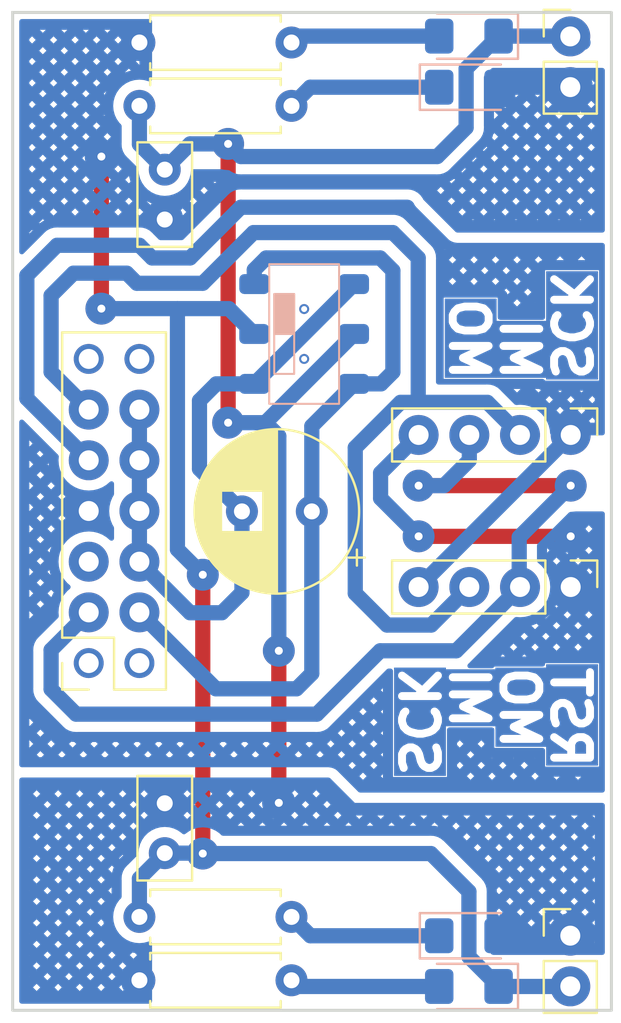
<source format=kicad_pcb>
(kicad_pcb (version 20221018) (generator pcbnew)
  (layers (0 "F.Cu" signal) (31 "B.Cu" signal) (34 "B.Paste" user) (35 "F.Paste" user) (36 "B.SilkS" user "B.Silkscreen") (37 "F.SilkS" user "F.Silkscreen") (38 "B.Mask" user) (39 "F.Mask" user) (44 "Edge.Cuts" user))
  (net 0 "")
  (net 1 "Net-(D1-A)")
  (net 2 "Net-(D1-K)")
  (net 3 "Net-(D2-A)")
  (net 4 "/VCC")
  (net 5 "/SC")
  (net 6 "/MI")
  (net 7 "/MO")
  (net 10 "/RS")
  (net 12 "/GND")
  (net 15 "Net-(D2-K)")
  (net 16 "Net-(D3-K)")
  (net 17 "Net-(D4-A)")
  (footprint "Resistor_THT:R_Axial_DIN0207_L6.3mm_D2.5mm_P7.62mm_Horizontal" (layer "F.Cu") (at 39.37 27.305 180)
    (fp_text reference "R1" hide)
    (fp_text value "5.1k" hide)
    (fp_line (start 0.54 -1.37) (end 7.08 -1.37) (stroke (width 0.12)) (layer "F.SilkS"))
    (fp_line (start 0.54 -1.04) (end 0.54 -1.37) (stroke (width 0.12)) (layer "F.SilkS"))
    (fp_line (start 0.54 1.04) (end 0.54 1.37) (stroke (width 0.12)) (layer "F.SilkS"))
    (fp_line (start 0.54 1.37) (end 7.08 1.37) (stroke (width 0.12)) (layer "F.SilkS"))
    (fp_line (start 7.08 -1.37) (end 7.08 -1.04) (stroke (width 0.12)) (layer "F.SilkS"))
    (fp_line (start 7.08 1.37) (end 7.08 1.04) (stroke (width 0.12)) (layer "F.SilkS"))
    (pad "1" thru_hole circle (at 0 0 180) (size 1.6 1.6) (drill 0.8) (layers "*.Cu" "*.Mask") (net 1 "Net-(D1-A)"))
    (pad "2" thru_hole oval (at 7.62 0 180) (size 1.6 1.6) (drill 0.8) (layers "*.Cu" "*.Mask") (net 3 "Net-(D2-A)"))
  )
  (footprint "Connector_PinSocket_2.54mm:PinSocket_2x07_P2.54mm_Vertical" (layer "F.Cu") (at 29.21 58.4 180)
    (fp_text reference "J5" hide)
    (fp_text value "Conn_02x07_Odd_Even" hide)
    (fp_line (start -3.87 -1.33) (end -3.87 16.57) (stroke (width 0.12)) (layer "F.SilkS"))
    (fp_line (start -3.87 -1.33) (end -1.27 -1.33) (stroke (width 0.12)) (layer "F.SilkS"))
    (fp_line (start -3.87 16.57) (end 1.33 16.57) (stroke (width 0.12)) (layer "F.SilkS"))
    (fp_line (start -1.27 -1.33) (end -1.27 1.27) (stroke (width 0.12)) (layer "F.SilkS"))
    (fp_line (start -1.27 1.27) (end 1.33 1.27) (stroke (width 0.12)) (layer "F.SilkS"))
    (fp_line (start 0 -1.33) (end 1.33 -1.33) (stroke (width 0.12)) (layer "F.SilkS"))
    (fp_line (start 1.33 -1.33) (end 1.33 0) (stroke (width 0.12)) (layer "F.SilkS"))
    (fp_line (start 1.33 1.27) (end 1.33 16.57) (stroke (width 0.12)) (layer "F.SilkS"))
    (pad "1" thru_hole circle (at 0 0 180) (size 1.5 1.7) (drill 1) (layers "*.Cu" "*.Mask"))
    (pad "2" thru_hole circle (at -2.54 0 180) (size 1.5 1.7) (drill 1) (layers "*.Cu" "*.Mask"))
    (pad "3" thru_hole circle (at 0 2.54 180) (size 2 1.7) (drill 1) (layers "*.Cu" "*.Mask") (net 7 "/MO"))
    (pad "4" thru_hole circle (at -2.54 2.54 180) (size 2 1.7) (drill 1) (layers "*.Cu" "*.Mask") (net 4 "/VCC"))
    (pad "5" thru_hole circle (at 0 5.08 180) (size 2 1.7) (drill 1) (layers "*.Cu" "*.Mask"))
    (pad "6" thru_hole circle (at -2.54 5.08 180) (size 2 1.7) (drill 1) (layers "*.Cu" "*.Mask") (net 12 "/GND"))
    (pad "7" thru_hole circle (at 0 7.62 180) (size 2 1.7) (drill 1) (layers "*.Cu" "*.Mask") (net 10 "/RS"))
    (pad "8" thru_hole circle (at -2.54 7.62 180) (size 2 1.7) (drill 1) (layers "*.Cu" "*.Mask") (net 12 "/GND"))
    (pad "9" thru_hole circle (at 0 10.16 180) (size 2 1.7) (drill 1) (layers "*.Cu" "*.Mask") (net 5 "/SC"))
    (pad "10" thru_hole circle (at -2.54 10.16 180) (size 2 1.7) (drill 1) (layers "*.Cu" "*.Mask") (net 12 "/GND"))
    (pad "11" thru_hole circle (at 0 12.7 180) (size 2 1.7) (drill 1) (layers "*.Cu" "*.Mask") (net 6 "/MI"))
    (pad "12" thru_hole circle (at -2.54 12.7 180) (size 2 1.7) (drill 1) (layers "*.Cu" "*.Mask") (net 12 "/GND"))
    (pad "13" thru_hole circle (at 0 15.24 180) (size 1.5 1.7) (drill 1) (layers "*.Cu" "*.Mask"))
    (pad "14" thru_hole circle (at -2.54 15.24 180) (size 1.5 1.7) (drill 1) (layers "*.Cu" "*.Mask"))
  )
  (footprint "Connector_PinHeader_2.54mm:PinHeader_1x04_P2.54mm_Vertical" (layer "F.Cu") (at 53.36 54.59 -90)
    (fp_text reference "J3" hide)
    (fp_text value "Conn_01x04_Pin" hide)
    (fp_line (start -1.33 -1.33) (end 0 -1.33) (stroke (width 0.12)) (layer "F.SilkS"))
    (fp_line (start -1.33 0) (end -1.33 -1.33) (stroke (width 0.12)) (layer "F.SilkS"))
    (fp_line (start -1.33 1.27) (end -1.33 8.95) (stroke (width 0.12)) (layer "F.SilkS"))
    (fp_line (start -1.33 1.27) (end 1.33 1.27) (stroke (width 0.12)) (layer "F.SilkS"))
    (fp_line (start -1.33 8.95) (end 1.33 8.95) (stroke (width 0.12)) (layer "F.SilkS"))
    (fp_line (start 1.33 1.27) (end 1.33 8.95) (stroke (width 0.12)) (layer "F.SilkS"))
    (pad "1" thru_hole circle (at 0 0 270) (size 2 1.7) (drill 1) (layers "*.Cu" "*.Mask") (net 10 "/RS"))
    (pad "2" thru_hole circle (at 0 2.54 270) (size 2 1.7) (drill 1) (layers "*.Cu" "*.Mask") (net 7 "/MO"))
    (pad "3" thru_hole circle (at 0 5.08 270) (size 2 1.7) (drill 1) (layers "*.Cu" "*.Mask") (net 6 "/MI"))
    (pad "4" thru_hole circle (at 0 7.62 270) (size 2 1.7) (drill 1) (layers "*.Cu" "*.Mask") (net 5 "/SC"))
  )
  (footprint "Connector_PinHeader_2.54mm:PinHeader_1x04_P2.54mm_Vertical" (layer "F.Cu") (at 53.36 46.97 -90)
    (fp_text reference "J2" hide)
    (fp_text value "Conn_01x04_Pin" hide)
    (fp_line (start -1.33 -1.33) (end 0 -1.33) (stroke (width 0.12)) (layer "F.SilkS"))
    (fp_line (start -1.33 0) (end -1.33 -1.33) (stroke (width 0.12)) (layer "F.SilkS"))
    (fp_line (start -1.33 1.27) (end -1.33 8.95) (stroke (width 0.12)) (layer "F.SilkS"))
    (fp_line (start -1.33 1.27) (end 1.33 1.27) (stroke (width 0.12)) (layer "F.SilkS"))
    (fp_line (start -1.33 8.95) (end 1.33 8.95) (stroke (width 0.12)) (layer "F.SilkS"))
    (fp_line (start 1.33 1.27) (end 1.33 8.95) (stroke (width 0.12)) (layer "F.SilkS"))
    (pad "1" thru_hole circle (at 0 0 270) (size 2 1.7) (drill 1) (layers "*.Cu" "*.Mask") (net 5 "/SC"))
    (pad "2" thru_hole circle (at 0 2.54 270) (size 2 1.7) (drill 1) (layers "*.Cu" "*.Mask") (net 6 "/MI"))
    (pad "3" thru_hole circle (at 0 5.08 270) (size 2 1.7) (drill 1) (layers "*.Cu" "*.Mask") (net 7 "/MO"))
    (pad "4" thru_hole circle (at 0 7.62 270) (size 2 1.7) (drill 1) (layers "*.Cu" "*.Mask") (net 10 "/RS"))
  )
  (footprint "Resistor_THT:R_Axial_DIN0207_L6.3mm_D2.5mm_P7.62mm_Horizontal" (layer "F.Cu") (at 39.37 30.48 180)
    (fp_text reference "R2" hide)
    (fp_text value "5.1k" hide)
    (fp_line (start 0.54 -1.37) (end 7.08 -1.37) (stroke (width 0.12)) (layer "F.SilkS"))
    (fp_line (start 0.54 -1.04) (end 0.54 -1.37) (stroke (width 0.12)) (layer "F.SilkS"))
    (fp_line (start 0.54 1.04) (end 0.54 1.37) (stroke (width 0.12)) (layer "F.SilkS"))
    (fp_line (start 0.54 1.37) (end 7.08 1.37) (stroke (width 0.12)) (layer "F.SilkS"))
    (fp_line (start 7.08 -1.37) (end 7.08 -1.04) (stroke (width 0.12)) (layer "F.SilkS"))
    (fp_line (start 7.08 1.37) (end 7.08 1.04) (stroke (width 0.12)) (layer "F.SilkS"))
    (pad "1" thru_hole circle (at 0 0 180) (size 1.6 1.6) (drill 0.8) (layers "*.Cu" "*.Mask") (net 15 "Net-(D2-K)"))
    (pad "2" thru_hole oval (at 7.62 0 180) (size 1.6 1.6) (drill 0.8) (layers "*.Cu" "*.Mask") (net 2 "Net-(D1-K)"))
  )
  (footprint "Resistor_THT:R_Axial_DIN0207_L6.3mm_D2.5mm_P7.62mm_Horizontal" (layer "F.Cu") (at 39.37 74.295 180)
    (fp_text reference "R4" hide)
    (fp_text value "5.1k" hide)
    (fp_line (start 0.54 -1.37) (end 7.08 -1.37) (stroke (width 0.12)) (layer "F.SilkS"))
    (fp_line (start 0.54 -1.04) (end 0.54 -1.37) (stroke (width 0.12)) (layer "F.SilkS"))
    (fp_line (start 0.54 1.04) (end 0.54 1.37) (stroke (width 0.12)) (layer "F.SilkS"))
    (fp_line (start 0.54 1.37) (end 7.08 1.37) (stroke (width 0.12)) (layer "F.SilkS"))
    (fp_line (start 7.08 -1.37) (end 7.08 -1.04) (stroke (width 0.12)) (layer "F.SilkS"))
    (fp_line (start 7.08 1.37) (end 7.08 1.04) (stroke (width 0.12)) (layer "F.SilkS"))
    (pad "1" thru_hole circle (at 0 0 180) (size 1.6 1.6) (drill 0.8) (layers "*.Cu" "*.Mask") (net 17 "Net-(D4-A)"))
    (pad "2" thru_hole oval (at 7.62 0 180) (size 1.6 1.6) (drill 0.8) (layers "*.Cu" "*.Mask") (net 2 "Net-(D1-K)"))
  )
  (footprint "Capacitor_THT:C_Disc_D5.0mm_W2.5mm_P2.50mm" (layer "F.Cu") (at 33.02 65.425 -90)
    (fp_text reference "C2" hide)
    (fp_text value "0.1uF" hide)
    (fp_line (start -1.37 -1.37) (end -1.37 1.37) (stroke (width 0.12)) (layer "F.SilkS"))
    (fp_line (start -1.37 -1.37) (end 3.87 -1.37) (stroke (width 0.12)) (layer "F.SilkS"))
    (fp_line (start -1.37 1.37) (end 3.87 1.37) (stroke (width 0.12)) (layer "F.SilkS"))
    (fp_line (start 3.87 -1.37) (end 3.87 1.37) (stroke (width 0.12)) (layer "F.SilkS"))
    (pad "1" thru_hole circle (at 0 0 270) (size 1.6 1.6) (drill 0.8) (layers "*.Cu" "*.Mask") (net 2 "Net-(D1-K)"))
    (pad "2" thru_hole circle (at 2.5 0 270) (size 1.6 1.6) (drill 0.8) (layers "*.Cu" "*.Mask") (net 3 "Net-(D2-A)"))
  )
  (footprint "Resistor_THT:R_Axial_DIN0207_L6.3mm_D2.5mm_P7.62mm_Horizontal" (layer "F.Cu") (at 39.37 71.12 180)
    (fp_text reference "R3" hide)
    (fp_text value "5.1k" hide)
    (fp_line (start 0.54 -1.37) (end 7.08 -1.37) (stroke (width 0.12)) (layer "F.SilkS"))
    (fp_line (start 0.54 -1.04) (end 0.54 -1.37) (stroke (width 0.12)) (layer "F.SilkS"))
    (fp_line (start 0.54 1.04) (end 0.54 1.37) (stroke (width 0.12)) (layer "F.SilkS"))
    (fp_line (start 0.54 1.37) (end 7.08 1.37) (stroke (width 0.12)) (layer "F.SilkS"))
    (fp_line (start 7.08 -1.37) (end 7.08 -1.04) (stroke (width 0.12)) (layer "F.SilkS"))
    (fp_line (start 7.08 1.37) (end 7.08 1.04) (stroke (width 0.12)) (layer "F.SilkS"))
    (pad "1" thru_hole circle (at 0 0 180) (size 1.6 1.6) (drill 0.8) (layers "*.Cu" "*.Mask") (net 16 "Net-(D3-K)"))
    (pad "2" thru_hole oval (at 7.62 0 180) (size 1.6 1.6) (drill 0.8) (layers "*.Cu" "*.Mask") (net 3 "Net-(D2-A)"))
  )
  (footprint "Connector_PinHeader_2.54mm:PinHeader_1x02_P2.54mm_Vertical" (layer "F.Cu") (at 53.34 72.06)
    (fp_text reference "J4" hide)
    (fp_text value "Conn_01x02_Pin" hide)
    (fp_line (start -1.33 -1.33) (end 0 -1.33) (stroke (width 0.12)) (layer "F.SilkS"))
    (fp_line (start -1.33 0) (end -1.33 -1.33) (stroke (width 0.12)) (layer "F.SilkS"))
    (fp_line (start -1.33 1.27) (end -1.33 3.87) (stroke (width 0.12)) (layer "F.SilkS"))
    (fp_line (start -1.33 1.27) (end 1.33 1.27) (stroke (width 0.12)) (layer "F.SilkS"))
    (fp_line (start -1.33 3.87) (end 1.33 3.87) (stroke (width 0.12)) (layer "F.SilkS"))
    (fp_line (start 1.33 1.27) (end 1.33 3.87) (stroke (width 0.12)) (layer "F.SilkS"))
    (pad "1" thru_hole circle (at 0 0) (size 2 2) (drill 1) (layers "*.Cu" "*.Mask") (net 2 "Net-(D1-K)"))
    (pad "2" thru_hole circle (at 0 2.54) (size 2 2) (drill 1) (layers "*.Cu" "*.Mask") (net 3 "Net-(D2-A)"))
  )
  (footprint "Capacitor_THT:C_Disc_D5.0mm_W2.5mm_P2.50mm" (layer "F.Cu") (at 33.02 36.175 90)
    (fp_text reference "C1" hide)
    (fp_text value "0.1uF" hide)
    (fp_line (start -1.37 -1.37) (end -1.37 1.37) (stroke (width 0.12)) (layer "F.SilkS"))
    (fp_line (start -1.37 -1.37) (end 3.87 -1.37) (stroke (width 0.12)) (layer "F.SilkS"))
    (fp_line (start -1.37 1.37) (end 3.87 1.37) (stroke (width 0.12)) (layer "F.SilkS"))
    (fp_line (start 3.87 -1.37) (end 3.87 1.37) (stroke (width 0.12)) (layer "F.SilkS"))
    (pad "1" thru_hole circle (at 0 0 90) (size 1.6 1.6) (drill 0.8) (layers "*.Cu" "*.Mask") (net 3 "Net-(D2-A)"))
    (pad "2" thru_hole circle (at 2.5 0 90) (size 1.6 1.6) (drill 0.8) (layers "*.Cu" "*.Mask") (net 2 "Net-(D1-K)"))
  )
  (footprint "Capacitor_THT:CP_Radial_D8.0mm_P3.50mm" (layer "F.Cu") (at 40.387651 50.8 180)
    (fp_text reference "C3" hide)
    (fp_text value "100uF" hide)
    (fp_line (start -2.659698 -2.315) (end -1.859698 -2.315) (stroke (width 0.12)) (layer "F.SilkS"))
    (fp_line (start -2.259698 -2.715) (end -2.259698 -1.915) (stroke (width 0.12)) (layer "F.SilkS"))
    (fp_line (start 1.75 -4.08) (end 1.75 4.08) (stroke (width 0.12)) (layer "F.SilkS"))
    (fp_line (start 1.79 -4.08) (end 1.79 4.08) (stroke (width 0.12)) (layer "F.SilkS"))
    (fp_line (start 1.83 -4.08) (end 1.83 4.08) (stroke (width 0.12)) (layer "F.SilkS"))
    (fp_line (start 1.87 -4.079) (end 1.87 4.079) (stroke (width 0.12)) (layer "F.SilkS"))
    (fp_line (start 1.91 -4.077) (end 1.91 4.077) (stroke (width 0.12)) (layer "F.SilkS"))
    (fp_line (start 1.95 -4.076) (end 1.95 4.076) (stroke (width 0.12)) (layer "F.SilkS"))
    (fp_line (start 1.99 -4.074) (end 1.99 4.074) (stroke (width 0.12)) (layer "F.SilkS"))
    (fp_line (start 2.03 -4.071) (end 2.03 4.071) (stroke (width 0.12)) (layer "F.SilkS"))
    (fp_line (start 2.07 -4.068) (end 2.07 4.068) (stroke (width 0.12)) (layer "F.SilkS"))
    (fp_line (start 2.11 -4.065) (end 2.11 4.065) (stroke (width 0.12)) (layer "F.SilkS"))
    (fp_line (start 2.15 -4.061) (end 2.15 4.061) (stroke (width 0.12)) (layer "F.SilkS"))
    (fp_line (start 2.19 -4.057) (end 2.19 4.057) (stroke (width 0.12)) (layer "F.SilkS"))
    (fp_line (start 2.23 -4.052) (end 2.23 4.052) (stroke (width 0.12)) (layer "F.SilkS"))
    (fp_line (start 2.27 -4.048) (end 2.27 4.048) (stroke (width 0.12)) (layer "F.SilkS"))
    (fp_line (start 2.31 -4.042) (end 2.31 4.042) (stroke (width 0.12)) (layer "F.SilkS"))
    (fp_line (start 2.35 -4.037) (end 2.35 4.037) (stroke (width 0.12)) (layer "F.SilkS"))
    (fp_line (start 2.39 -4.03) (end 2.39 4.03) (stroke (width 0.12)) (layer "F.SilkS"))
    (fp_line (start 2.43 -4.024) (end 2.43 4.024) (stroke (width 0.12)) (layer "F.SilkS"))
    (fp_line (start 2.471 -4.017) (end 2.471 -1.04) (stroke (width 0.12)) (layer "F.SilkS"))
    (fp_line (start 2.471 1.04) (end 2.471 4.017) (stroke (width 0.12)) (layer "F.SilkS"))
    (fp_line (start 2.511 -4.01) (end 2.511 -1.04) (stroke (width 0.12)) (layer "F.SilkS"))
    (fp_line (start 2.511 1.04) (end 2.511 4.01) (stroke (width 0.12)) (layer "F.SilkS"))
    (fp_line (start 2.551 -4.002) (end 2.551 -1.04) (stroke (width 0.12)) (layer "F.SilkS"))
    (fp_line (start 2.551 1.04) (end 2.551 4.002) (stroke (width 0.12)) (layer "F.SilkS"))
    (fp_line (start 2.591 -3.994) (end 2.591 -1.04) (stroke (width 0.12)) (layer "F.SilkS"))
    (fp_line (start 2.591 1.04) (end 2.591 3.994) (stroke (width 0.12)) (layer "F.SilkS"))
    (fp_line (start 2.631 -3.985) (end 2.631 -1.04) (stroke (width 0.12)) (layer "F.SilkS"))
    (fp_line (start 2.631 1.04) (end 2.631 3.985) (stroke (width 0.12)) (layer "F.SilkS"))
    (fp_line (start 2.671 -3.976) (end 2.671 -1.04) (stroke (width 0.12)) (layer "F.SilkS"))
    (fp_line (start 2.671 1.04) (end 2.671 3.976) (stroke (width 0.12)) (layer "F.SilkS"))
    (fp_line (start 2.711 -3.967) (end 2.711 -1.04) (stroke (width 0.12)) (layer "F.SilkS"))
    (fp_line (start 2.711 1.04) (end 2.711 3.967) (stroke (width 0.12)) (layer "F.SilkS"))
    (fp_line (start 2.751 -3.957) (end 2.751 -1.04) (stroke (width 0.12)) (layer "F.SilkS"))
    (fp_line (start 2.751 1.04) (end 2.751 3.957) (stroke (width 0.12)) (layer "F.SilkS"))
    (fp_line (start 2.791 -3.947) (end 2.791 -1.04) (stroke (width 0.12)) (layer "F.SilkS"))
    (fp_line (start 2.791 1.04) (end 2.791 3.947) (stroke (width 0.12)) (layer "F.SilkS"))
    (fp_line (start 2.831 -3.936) (end 2.831 -1.04) (stroke (width 0.12)) (layer "F.SilkS"))
    (fp_line (start 2.831 1.04) (end 2.831 3.936) (stroke (width 0.12)) (layer "F.SilkS"))
    (fp_line (start 2.871 -3.925) (end 2.871 -1.04) (stroke (width 0.12)) (layer "F.SilkS"))
    (fp_line (start 2.871 1.04) (end 2.871 3.925) (stroke (width 0.12)) (layer "F.SilkS"))
    (fp_line (start 2.911 -3.914) (end 2.911 -1.04) (stroke (width 0.12)) (layer "F.SilkS"))
    (fp_line (start 2.911 1.04) (end 2.911 3.914) (stroke (width 0.12)) (layer "F.SilkS"))
    (fp_line (start 2.951 -3.902) (end 2.951 -1.04) (stroke (width 0.12)) (layer "F.SilkS"))
    (fp_line (start 2.951 1.04) (end 2.951 3.902) (stroke (width 0.12)) (layer "F.SilkS"))
    (fp_line (start 2.991 -3.889) (end 2.991 -1.04) (stroke (width 0.12)) (layer "F.SilkS"))
    (fp_line (start 2.991 1.04) (end 2.991 3.889) (stroke (width 0.12)) (layer "F.SilkS"))
    (fp_line (start 3.031 -3.877) (end 3.031 -1.04) (stroke (width 0.12)) (layer "F.SilkS"))
    (fp_line (start 3.031 1.04) (end 3.031 3.877) (stroke (width 0.12)) (layer "F.SilkS"))
    (fp_line (start 3.071 -3.863) (end 3.071 -1.04) (stroke (width 0.12)) (layer "F.SilkS"))
    (fp_line (start 3.071 1.04) (end 3.071 3.863) (stroke (width 0.12)) (layer "F.SilkS"))
    (fp_line (start 3.111 -3.85) (end 3.111 -1.04) (stroke (width 0.12)) (layer "F.SilkS"))
    (fp_line (start 3.111 1.04) (end 3.111 3.85) (stroke (width 0.12)) (layer "F.SilkS"))
    (fp_line (start 3.151 -3.835) (end 3.151 -1.04) (stroke (width 0.12)) (layer "F.SilkS"))
    (fp_line (start 3.151 1.04) (end 3.151 3.835) (stroke (width 0.12)) (layer "F.SilkS"))
    (fp_line (start 3.191 -3.821) (end 3.191 -1.04) (stroke (width 0.12)) (layer "F.SilkS"))
    (fp_line (start 3.191 1.04) (end 3.191 3.821) (stroke (width 0.12)) (layer "F.SilkS"))
    (fp_line (start 3.231 -3.805) (end 3.231 -1.04) (stroke (width 0.12)) (layer "F.SilkS"))
    (fp_line (start 3.231 1.04) (end 3.231 3.805) (stroke (width 0.12)) (layer "F.SilkS"))
    (fp_line (start 3.271 -3.79) (end 3.271 -1.04) (stroke (width 0.12)) (layer "F.SilkS"))
    (fp_line (start 3.271 1.04) (end 3.271 3.79) (stroke (width 0.12)) (layer "F.SilkS"))
    (fp_line (start 3.311 -3.774) (end 3.311 -1.04) (stroke (width 0.12)) (layer "F.SilkS"))
    (fp_line (start 3.311 1.04) (end 3.311 3.774) (stroke (width 0.12)) (layer "F.SilkS"))
    (fp_line (start 3.351 -3.757) (end 3.351 -1.04) (stroke (width 0.12)) (layer "F.SilkS"))
    (fp_line (start 3.351 1.04) (end 3.351 3.757) (stroke (width 0.12)) (layer "F.SilkS"))
    (fp_line (start 3.391 -3.74) (end 3.391 -1.04) (stroke (width 0.12)) (layer "F.SilkS"))
    (fp_line (start 3.391 1.04) (end 3.391 3.74) (stroke (width 0.12)) (layer "F.SilkS"))
    (fp_line (start 3.431 -3.722) (end 3.431 -1.04) (stroke (width 0.12)) (layer "F.SilkS"))
    (fp_line (start 3.431 1.04) (end 3.431 3.722) (stroke (width 0.12)) (layer "F.SilkS"))
    (fp_line (start 3.471 -3.704) (end 3.471 -1.04) (stroke (width 0.12)) (layer "F.SilkS"))
    (fp_line (start 3.471 1.04) (end 3.471 3.704) (stroke (width 0.12)) (layer "F.SilkS"))
    (fp_line (start 3.511 -3.686) (end 3.511 -1.04) (stroke (width 0.12)) (layer "F.SilkS"))
    (fp_line (start 3.511 1.04) (end 3.511 3.686) (stroke (width 0.12)) (layer "F.SilkS"))
    (fp_line (start 3.551 -3.666) (end 3.551 -1.04) (stroke (width 0.12)) (layer "F.SilkS"))
    (fp_line (start 3.551 1.04) (end 3.551 3.666) (stroke (width 0.12)) (layer "F.SilkS"))
    (fp_line (start 3.591 -3.647) (end 3.591 -1.04) (stroke (width 0.12)) (layer "F.SilkS"))
    (fp_line (start 3.591 1.04) (end 3.591 3.647) (stroke (width 0.12)) (layer "F.SilkS"))
    (fp_line (start 3.631 -3.627) (end 3.631 -1.04) (stroke (width 0.12)) (layer "F.SilkS"))
    (fp_line (start 3.631 1.04) (end 3.631 3.627) (stroke (width 0.12)) (layer "F.SilkS"))
    (fp_line (start 3.671 -3.606) (end 3.671 -1.04) (stroke (width 0.12)) (layer "F.SilkS"))
    (fp_line (start 3.671 1.04) (end 3.671 3.606) (stroke (width 0.12)) (layer "F.SilkS"))
    (fp_line (start 3.711 -3.584) (end 3.711 -1.04) (stroke (width 0.12)) (layer "F.SilkS"))
    (fp_line (start 3.711 1.04) (end 3.711 3.584) (stroke (width 0.12)) (layer "F.SilkS"))
    (fp_line (start 3.751 -3.562) (end 3.751 -1.04) (stroke (width 0.12)) (layer "F.SilkS"))
    (fp_line (start 3.751 1.04) (end 3.751 3.562) (stroke (width 0.12)) (layer "F.SilkS"))
    (fp_line (start 3.791 -3.54) (end 3.791 -1.04) (stroke (width 0.12)) (layer "F.SilkS"))
    (fp_line (start 3.791 1.04) (end 3.791 3.54) (stroke (width 0.12)) (layer "F.SilkS"))
    (fp_line (start 3.831 -3.517) (end 3.831 -1.04) (stroke (width 0.12)) (layer "F.SilkS"))
    (fp_line (start 3.831 1.04) (end 3.831 3.517) (stroke (width 0.12)) (layer "F.SilkS"))
    (fp_line (start 3.871 -3.493) (end 3.871 -1.04) (stroke (width 0.12)) (layer "F.SilkS"))
    (fp_line (start 3.871 1.04) (end 3.871 3.493) (stroke (width 0.12)) (layer "F.SilkS"))
    (fp_line (start 3.911 -3.469) (end 3.911 -1.04) (stroke (width 0.12)) (layer "F.SilkS"))
    (fp_line (start 3.911 1.04) (end 3.911 3.469) (stroke (width 0.12)) (layer "F.SilkS"))
    (fp_line (start 3.951 -3.444) (end 3.951 -1.04) (stroke (width 0.12)) (layer "F.SilkS"))
    (fp_line (start 3.951 1.04) (end 3.951 3.444) (stroke (width 0.12)) (layer "F.SilkS"))
    (fp_line (start 3.991 -3.418) (end 3.991 -1.04) (stroke (width 0.12)) (layer "F.SilkS"))
    (fp_line (start 3.991 1.04) (end 3.991 3.418) (stroke (width 0.12)) (layer "F.SilkS"))
    (fp_line (start 4.031 -3.392) (end 4.031 -1.04) (stroke (width 0.12)) (layer "F.SilkS"))
    (fp_line (start 4.031 1.04) (end 4.031 3.392) (stroke (width 0.12)) (layer "F.SilkS"))
    (fp_line (start 4.071 -3.365) (end 4.071 -1.04) (stroke (width 0.12)) (layer "F.SilkS"))
    (fp_line (start 4.071 1.04) (end 4.071 3.365) (stroke (width 0.12)) (layer "F.SilkS"))
    (fp_line (start 4.111 -3.338) (end 4.111 -1.04) (stroke (width 0.12)) (layer "F.SilkS"))
    (fp_line (start 4.111 1.04) (end 4.111 3.338) (stroke (width 0.12)) (layer "F.SilkS"))
    (fp_line (start 4.151 -3.309) (end 4.151 -1.04) (stroke (width 0.12)) (layer "F.SilkS"))
    (fp_line (start 4.151 1.04) (end 4.151 3.309) (stroke (width 0.12)) (layer "F.SilkS"))
    (fp_line (start 4.191 -3.28) (end 4.191 -1.04) (stroke (width 0.12)) (layer "F.SilkS"))
    (fp_line (start 4.191 1.04) (end 4.191 3.28) (stroke (width 0.12)) (layer "F.SilkS"))
    (fp_line (start 4.231 -3.25) (end 4.231 -1.04) (stroke (width 0.12)) (layer "F.SilkS"))
    (fp_line (start 4.231 1.04) (end 4.231 3.25) (stroke (width 0.12)) (layer "F.SilkS"))
    (fp_line (start 4.271 -3.22) (end 4.271 -1.04) (stroke (width 0.12)) (layer "F.SilkS"))
    (fp_line (start 4.271 1.04) (end 4.271 3.22) (stroke (width 0.12)) (layer "F.SilkS"))
    (fp_line (start 4.311 -3.189) (end 4.311 -1.04) (stroke (width 0.12)) (layer "F.SilkS"))
    (fp_line (start 4.311 1.04) (end 4.311 3.189) (stroke (width 0.12)) (layer "F.SilkS"))
    (fp_line (start 4.351 -3.156) (end 4.351 -1.04) (stroke (width 0.12)) (layer "F.SilkS"))
    (fp_line (start 4.351 1.04) (end 4.351 3.156) (stroke (width 0.12)) (layer "F.SilkS"))
    (fp_line (start 4.391 -3.124) (end 4.391 -1.04) (stroke (width 0.12)) (layer "F.SilkS"))
    (fp_line (start 4.391 1.04) (end 4.391 3.124) (stroke (width 0.12)) (layer "F.SilkS"))
    (fp_line (start 4.431 -3.09) (end 4.431 -1.04) (stroke (width 0.12)) (layer "F.SilkS"))
    (fp_line (start 4.431 1.04) (end 4.431 3.09) (stroke (width 0.12)) (layer "F.SilkS"))
    (fp_line (start 4.471 -3.055) (end 4.471 -1.04) (stroke (width 0.12)) (layer "F.SilkS"))
    (fp_line (start 4.471 1.04) (end 4.471 3.055) (stroke (width 0.12)) (layer "F.SilkS"))
    (fp_line (start 4.511 -3.019) (end 4.511 -1.04) (stroke (width 0.12)) (layer "F.SilkS"))
    (fp_line (start 4.511 1.04) (end 4.511 3.019) (stroke (width 0.12)) (layer "F.SilkS"))
    (fp_line (start 4.551 -2.983) (end 4.551 2.983) (stroke (width 0.12)) (layer "F.SilkS"))
    (fp_line (start 4.591 -2.945) (end 4.591 2.945) (stroke (width 0.12)) (layer "F.SilkS"))
    (fp_line (start 4.631 -2.907) (end 4.631 2.907) (stroke (width 0.12)) (layer "F.SilkS"))
    (fp_line (start 4.671 -2.867) (end 4.671 2.867) (stroke (width 0.12)) (layer "F.SilkS"))
    (fp_line (start 4.711 -2.826) (end 4.711 2.826) (stroke (width 0.12)) (layer "F.SilkS"))
    (fp_line (start 4.751 -2.784) (end 4.751 2.784) (stroke (width 0.12)) (layer "F.SilkS"))
    (fp_line (start 4.791 -2.741) (end 4.791 2.741) (stroke (width 0.12)) (layer "F.SilkS"))
    (fp_line (start 4.831 -2.697) (end 4.831 2.697) (stroke (width 0.12)) (layer "F.SilkS"))
    (fp_line (start 4.871 -2.651) (end 4.871 2.651) (stroke (width 0.12)) (layer "F.SilkS"))
    (fp_line (start 4.911 -2.604) (end 4.911 2.604) (stroke (width 0.12)) (layer "F.SilkS"))
    (fp_line (start 4.951 -2.556) (end 4.951 2.556) (stroke (width 0.12)) (layer "F.SilkS"))
    (fp_line (start 4.991 -2.505) (end 4.991 2.505) (stroke (width 0.12)) (layer "F.SilkS"))
    (fp_line (start 5.031 -2.454) (end 5.031 2.454) (stroke (width 0.12)) (layer "F.SilkS"))
    (fp_line (start 5.071 -2.4) (end 5.071 2.4) (stroke (width 0.12)) (layer "F.SilkS"))
    (fp_line (start 5.111 -2.345) (end 5.111 2.345) (stroke (width 0.12)) (layer "F.SilkS"))
    (fp_line (start 5.151 -2.287) (end 5.151 2.287) (stroke (width 0.12)) (layer "F.SilkS"))
    (fp_line (start 5.191 -2.228) (end 5.191 2.228) (stroke (width 0.12)) (layer "F.SilkS"))
    (fp_line (start 5.231 -2.166) (end 5.231 2.166) (stroke (width 0.12)) (layer "F.SilkS"))
    (fp_line (start 5.271 -2.102) (end 5.271 2.102) (stroke (width 0.12)) (layer "F.SilkS"))
    (fp_line (start 5.311 -2.034) (end 5.311 2.034) (stroke (width 0.12)) (layer "F.SilkS"))
    (fp_line (start 5.351 -1.964) (end 5.351 1.964) (stroke (width 0.12)) (layer "F.SilkS"))
    (fp_line (start 5.391 -1.89) (end 5.391 1.89) (stroke (width 0.12)) (layer "F.SilkS"))
    (fp_line (start 5.431 -1.813) (end 5.431 1.813) (stroke (width 0.12)) (layer "F.SilkS"))
    (fp_line (start 5.471 -1.731) (end 5.471 1.731) (stroke (width 0.12)) (layer "F.SilkS"))
    (fp_line (start 5.511 -1.645) (end 5.511 1.645) (stroke (width 0.12)) (layer "F.SilkS"))
    (fp_line (start 5.551 -1.552) (end 5.551 1.552) (stroke (width 0.12)) (layer "F.SilkS"))
    (fp_line (start 5.591 -1.453) (end 5.591 1.453) (stroke (width 0.12)) (layer "F.SilkS"))
    (fp_line (start 5.631 -1.346) (end 5.631 1.346) (stroke (width 0.12)) (layer "F.SilkS"))
    (fp_line (start 5.671 -1.229) (end 5.671 1.229) (stroke (width 0.12)) (layer "F.SilkS"))
    (fp_line (start 5.711 -1.098) (end 5.711 1.098) (stroke (width 0.12)) (layer "F.SilkS"))
    (fp_line (start 5.751 -0.948) (end 5.751 0.948) (stroke (width 0.12)) (layer "F.SilkS"))
    (fp_line (start 5.791 -0.768) (end 5.791 0.768) (stroke (width 0.12)) (layer "F.SilkS"))
    (fp_line (start 5.831 -0.533) (end 5.831 0.533) (stroke (width 0.12)) (layer "F.SilkS"))
    (fp_circle (center 1.75 0) (end 5.87 0) (stroke (width 0.12)) (fill none) (layer "F.SilkS"))
    (pad "1" thru_hole circle (at 0 0 180) (size 1.6 1.6) (drill 0.8) (layers "*.Cu" "*.Mask") (net 4 "/VCC"))
    (pad "2" thru_hole circle (at 3.5 0 180) (size 1.6 1.6) (drill 0.8) (layers "*.Cu" "*.Mask") (net 12 "/GND"))
  )
  (footprint "Connector_PinHeader_2.54mm:PinHeader_1x02_P2.54mm_Vertical" (layer "F.Cu") (at 53.34 27)
    (fp_text reference "J1" hide)
    (fp_text value "Conn_01x02_Pin" hide)
    (fp_line (start -1.33 -1.33) (end 0 -1.33) (stroke (width 0.12)) (layer "F.SilkS"))
    (fp_line (start -1.33 0) (end -1.33 -1.33) (stroke (width 0.12)) (layer "F.SilkS"))
    (fp_line (start -1.33 1.27) (end -1.33 3.87) (stroke (width 0.12)) (layer "F.SilkS"))
    (fp_line (start -1.33 1.27) (end 1.33 1.27) (stroke (width 0.12)) (layer "F.SilkS"))
    (fp_line (start -1.33 3.87) (end 1.33 3.87) (stroke (width 0.12)) (layer "F.SilkS"))
    (fp_line (start 1.33 1.27) (end 1.33 3.87) (stroke (width 0.12)) (layer "F.SilkS"))
    (pad "1" thru_hole circle (at 0 0) (size 2 2) (drill 1) (layers "*.Cu" "*.Mask") (net 2 "Net-(D1-K)"))
    (pad "2" thru_hole circle (at 0 2.54) (size 2 2) (drill 1) (layers "*.Cu" "*.Mask") (net 3 "Net-(D2-A)"))
  )
  (footprint "LED_SMD:LED_1206_3216Metric_Pad1.42x1.75mm_HandSolder" (layer "B.Cu") (at 48.26 72.065)
    (fp_text reference "D3" hide)
    (fp_text value "R")
    (fp_line (start -2.46 -1.135) (end 1.6 -1.135) (stroke (width 0.12)) (layer "B.SilkS"))
    (fp_line (start -2.46 1.135) (end -2.46 -1.135) (stroke (width 0.12)) (layer "B.SilkS"))
    (fp_line (start 1.6 1.135) (end -2.46 1.135) (stroke (width 0.12)) (layer "B.SilkS"))
    (pad "1" smd roundrect (at -1.4875 0) (size 1.425 1.75) (layers "B.Cu" "B.Paste" "B.Mask") (roundrect_rratio 0.1754392982) (net 16 "Net-(D3-K)"))
    (pad "2" smd roundrect (at 1.4875 0) (size 1.425 1.75) (layers "B.Cu" "B.Paste" "B.Mask") (roundrect_rratio 0.1754392982) (net 2 "Net-(D1-K)"))
  )
  (footprint "Button_Switch_SMD:SW_DPDT_MSS-22C02" (layer "B.Cu") (at 40.005 41.91 90)
    (fp_text reference "SW1" hide)
    (fp_text value "~" hide)
    (fp_rect (start -3.5 1.75) (end 3.5 -1.75) (stroke (width 0.1)) (fill none) (layer "B.SilkS"))
    (fp_rect (start 0 -0.5) (end 2 -1.5) (stroke (width 0.1)) (fill solid) (layer "B.SilkS"))
    (fp_rect (start 2 -0.5) (end -2 -1.5) (stroke (width 0.1)) (fill none) (layer "B.SilkS"))
    (pad "" np_thru_hole circle (at -1.25 0 90) (size 0.5 0.5) (drill 0.3) (layers "F&B.Cu"))
    (pad "" np_thru_hole circle (at 1.25 0 90) (size 0.5 0.5) (drill 0.3) (layers "F&B.Cu" "*.Mask"))
    (pad "1" smd roundrect (at 2.5 2.5 90) (size 1 1.5) (layers "B.Cu" "B.Paste" "B.Mask") (net 12 "/GND"))
    (pad "2" smd roundrect (at 0 2.5 90) (size 1 1.5) (layers "B.Cu" "B.Paste" "B.Mask") (net 2 "Net-(D1-K)"))
    (pad "3" smd roundrect (at -2.5 2.5 90) (size 1 1.5) (layers "B.Cu" "B.Paste" "B.Mask") (net 4 "/VCC"))
    (pad "4" smd roundrect (at 2.5 -2.5 90) (size 1 1.5) (layers "B.Cu" "B.Paste" "B.Mask") (net 4 "/VCC"))
    (pad "5" smd roundrect (at 0 -2.5 90) (size 1 1.5) (layers "B.Cu" "B.Paste" "B.Mask") (net 3 "Net-(D2-A)"))
    (pad "6" smd roundrect (at -2.5 -2.5 90) (size 1 1.5) (layers "B.Cu" "B.Paste" "B.Mask") (net 12 "/GND"))
  )
  (footprint "LED_SMD:LED_1206_3216Metric_Pad1.42x1.75mm_HandSolder" (layer "B.Cu") (at 48.26 29.545)
    (fp_text reference "D2" hide)
    (fp_text value "R")
    (fp_line (start -2.46 -1.135) (end 1.6 -1.135) (stroke (width 0.12)) (layer "B.SilkS"))
    (fp_line (start -2.46 1.135) (end -2.46 -1.135) (stroke (width 0.12)) (layer "B.SilkS"))
    (fp_line (start 1.6 1.135) (end -2.46 1.135) (stroke (width 0.12)) (layer "B.SilkS"))
    (pad "1" smd roundrect (at -1.4875 0) (size 1.425 1.75) (layers "B.Cu" "B.Paste" "B.Mask") (roundrect_rratio 0.1754392982) (net 15 "Net-(D2-K)"))
    (pad "2" smd roundrect (at 1.4875 0) (size 1.425 1.75) (layers "B.Cu" "B.Paste" "B.Mask") (roundrect_rratio 0.1754392982) (net 3 "Net-(D2-A)"))
  )
  (footprint "LED_SMD:LED_1206_3216Metric_Pad1.42x1.75mm_HandSolder" (layer "B.Cu") (at 48.26 26.985 180)
    (fp_text reference "D1" hide)
    (fp_text value "B")
    (fp_line (start -2.46 -1.135) (end 1.6 -1.135) (stroke (width 0.12)) (layer "B.SilkS"))
    (fp_line (start -2.46 1.135) (end -2.46 -1.135) (stroke (width 0.12)) (layer "B.SilkS"))
    (fp_line (start 1.6 1.135) (end -2.46 1.135) (stroke (width 0.12)) (layer "B.SilkS"))
    (pad "1" smd roundrect (at -1.4875 0 180) (size 1.425 1.75) (layers "B.Cu" "B.Paste" "B.Mask") (roundrect_rratio 0.1754392982) (net 2 "Net-(D1-K)"))
    (pad "2" smd roundrect (at 1.4875 0 180) (size 1.425 1.75) (layers "B.Cu" "B.Paste" "B.Mask") (roundrect_rratio 0.1754392982) (net 1 "Net-(D1-A)"))
  )
  (footprint "LED_SMD:LED_1206_3216Metric_Pad1.42x1.75mm_HandSolder" (layer "B.Cu") (at 48.26 74.605 180)
    (fp_text reference "D4" hide)
    (fp_text value "B")
    (fp_line (start -2.46 -1.135) (end 1.6 -1.135) (stroke (width 0.12)) (layer "B.SilkS"))
    (fp_line (start -2.46 1.135) (end -2.46 -1.135) (stroke (width 0.12)) (layer "B.SilkS"))
    (fp_line (start 1.6 1.135) (end -2.46 1.135) (stroke (width 0.12)) (layer "B.SilkS"))
    (pad "1" smd roundrect (at -1.4875 0 180) (size 1.425 1.75) (layers "B.Cu" "B.Paste" "B.Mask") (roundrect_rratio 0.1754392982) (net 3 "Net-(D2-A)"))
    (pad "2" smd roundrect (at 1.4875 0 180) (size 1.425 1.75) (layers "B.Cu" "B.Paste" "B.Mask") (roundrect_rratio 0.1754392982) (net 17 "Net-(D4-A)"))
  )
  (gr_rect (start 25.4 25.8) (end 55.4 75.8) (stroke (width 0.15)) (fill none) (layer "Edge.Cuts"))
  (gr_text "SCK" (at 45.72 58.42 270) (layer "B.Cu" knockout) (effects (font (size 1.8 1.8) (thickness 0.4) bold) (justify right mirror)))
  (gr_text "MO" (at 48.26 44.4 270) (layer "B.Cu" knockout) (effects (font (size 1.8 1.8) (thickness 0.4) bold) (justify left mirror)))
  (gr_text "SCK" (at 53.34 44.4 270) (layer "B.Cu" knockout) (effects (font (size 1.8 1.8) (thickness 0.4) bold) (justify left mirror)))
  (gr_text "MI" (at 48.26 58.42 270) (layer "B.Cu" knockout) (effects (font (size 1.8 1.8) (thickness 0.4) bold) (justify right mirror)))
  (gr_text "MI" (at 50.8 44.4 270) (layer "B.Cu" knockout) (effects (font (size 1.8 1.8) (thickness 0.4) bold) (justify left mirror)))
  (gr_text "RST" (at 53.34 58.42 270) (layer "B.Cu" knockout) (effects (font (size 1.8 1.8) (thickness 0.4) bold) (justify right mirror)))
  (gr_text "MO" (at 50.8 58.42 270) (layer "B.Cu" knockout) (effects (font (size 1.8 1.8) (thickness 0.4) bold) (justify right mirror)))
  (segment (start 46.7525 27.305) (end 46.7725 27.285) (width 0.762) (layer "B.Cu") (net 1))
  (segment (start 39.69 26.985) (end 39.37 27.305) (width 0.762) (layer "B.Cu") (net 1))
  (segment (start 46.7725 26.985) (end 39.69 26.985) (width 0.762) (layer "B.Cu") (net 1))
  (segment (start 36.195 32.385) (end 36.195 46.355) (width 0.762) (layer "F.Cu") (net 2))
  (segment (start 38.735 65.405) (end 38.735 57.785) (width 0.762) (layer "F.Cu") (net 2))
  (via (at 36.195 32.385) (size 1.6) (drill 0.4) (layers "F.Cu" "B.Cu") (net 2))
  (via (at 38.735 65.405) (size 1.6) (drill 0.4) (layers "F.Cu" "B.Cu") (net 2))
  (via (at 38.735 57.785) (size 1.6) (drill 0.4) (layers "F.Cu" "B.Cu") (net 2))
  (via (at 36.195 46.355) (size 1.6) (drill 0.4) (layers "F.Cu" "B.Cu") (net 2))
  (segment (start 38.735 47.03) (end 38.06 46.355) (width 0.762) (layer "B.Cu") (net 2))
  (segment (start 53.325 26.985) (end 53.34 27) (width 0.762) (layer "B.Cu") (net 2))
  (segment (start 53.955 27.285) (end 53.975 27.305) (width 0.762) (layer "B.Cu") (net 2))
  (segment (start 48.12 28.6125) (end 48.12 31.5725) (width 0.762) (layer "B.Cu") (net 2))
  (segment (start 36.195 32.385) (end 36.83 33.02) (width 0.762) (layer "B.Cu") (net 2))
  (segment (start 31.75 32.405) (end 33.02 33.675) (width 0.762) (layer "B.Cu") (net 2))
  (segment (start 49.7475 26.985) (end 53.325 26.985) (width 0.762) (layer "B.Cu") (net 2))
  (segment (start 46.6725 33.02) (end 48.12 31.5725) (width 0.762) (layer "B.Cu") (net 2))
  (segment (start 38.735 57.785) (end 38.735 47.03) (width 0.762) (layer "B.Cu") (net 2))
  (segment (start 38.06 46.355) (end 36.195 46.355) (width 0.762) (layer "B.Cu") (net 2))
  (segment (start 34.29 32.385) (end 33.02 33.655) (width 0.762) (layer "B.Cu") (net 2))
  (segment (start 33.02 33.655) (end 33.02 33.675) (width 0.762) (layer "B.Cu") (net 2))
  (segment (start 53.335 72.065) (end 53.34 72.06) (width 0.762) (layer "B.Cu") (net 2))
  (segment (start 49.7475 72.065) (end 53.335 72.065) (width 0.762) (layer "B.Cu") (net 2))
  (segment (start 42.505 41.91) (end 38.06 46.355) (width 0.762) (layer "B.Cu") (net 2))
  (segment (start 36.195 32.385) (end 34.29 32.385) (width 0.762) (layer "B.Cu") (net 2))
  (segment (start 36.83 33.02) (end 46.6725 33.02) (width 0.762) (layer "B.Cu") (net 2))
  (segment (start 49.7475 26.985) (end 48.12 28.6125) (width 0.762) (layer "B.Cu") (net 2))
  (segment (start 31.75 30.48) (end 31.75 32.405) (width 0.762) (layer "B.Cu") (net 2))
  (segment (start 29.845 40.64) (end 29.845 33.02) (width 0.762) (layer "F.Cu") (net 3))
  (segment (start 34.925 67.945) (end 34.925 53.975) (width 0.762) (layer "F.Cu") (net 3))
  (via (at 34.925 53.975) (size 1.6) (drill 0.4) (layers "F.Cu" "B.Cu") (net 3))
  (via (at 29.845 40.64) (size 1.6) (drill 0.4) (layers "F.Cu" "B.Cu") (net 3))
  (via (at 29.845 33.02) (size 1.6) (drill 0.4) (layers "F.Cu" "B.Cu") (net 3))
  (via (at 34.925 67.945) (size 1.6) (drill 0.4) (layers "F.Cu" "B.Cu") (net 3))
  (segment (start 48.26 73.1175) (end 49.7475 74.605) (width 0.762) (layer "B.Cu") (net 3))
  (segment (start 53.335 29.545) (end 53.34 29.54) (width 0.762) (layer "B.Cu") (net 3))
  (segment (start 36.235 40.64) (end 37.505 41.91) (width 0.762) (layer "B.Cu") (net 3))
  (segment (start 33.655 40.64) (end 36.235 40.64) (width 0.762) (layer "B.Cu") (net 3))
  (segment (start 34.925 53.975) (end 33.655 52.705) (width 0.762) (layer "B.Cu") (net 3))
  (segment (start 49.7475 29.545) (end 53.335 29.545) (width 0.762) (layer "B.Cu") (net 3))
  (segment (start 53.335 74.605) (end 53.34 74.6) (width 0.762) (layer "B.Cu") (net 3))
  (segment (start 46.355 67.945) (end 48.26 69.85) (width 0.762) (layer "B.Cu") (net 3))
  (segment (start 29.845 40.64) (end 33.655 40.64) (width 0.762) (layer "B.Cu") (net 3))
  (segment (start 34.925 67.945) (end 34.905 67.925) (width 0.762) (layer "B.Cu") (net 3))
  (segment (start 31.75 69.195) (end 33.02 67.925) (width 0.762) (layer "B.Cu") (net 3))
  (segment (start 49.7475 74.605) (end 53.335 74.605) (width 0.762) (layer "B.Cu") (net 3))
  (segment (start 34.925 67.945) (end 46.355 67.945) (width 0.762) (layer "B.Cu") (net 3))
  (segment (start 31.75 71.12) (end 31.75 69.195) (width 0.762) (layer "B.Cu") (net 3))
  (segment (start 48.26 69.85) (end 48.26 73.1175) (width 0.762) (layer "B.Cu") (net 3))
  (segment (start 53.335 74.295) (end 53.34 74.29) (width 0.762) (layer "B.Cu") (net 3))
  (segment (start 34.905 67.925) (end 33.02 67.925) (width 0.762) (layer "B.Cu") (net 3))
  (segment (start 33.655 52.705) (end 33.655 40.64) (width 0.762) (layer "B.Cu") (net 3))
  (segment (start 37.505 38.695) (end 38.1 38.1) (width 0.762) (layer "B.Cu") (net 4))
  (segment (start 40.387651 58.924698) (end 39.622349 59.69) (width 0.762) (layer "B.Cu") (net 4))
  (segment (start 37.505 39.41) (end 37.505 38.695) (width 0.762) (layer "B.Cu") (net 4))
  (segment (start 44.45 43.815) (end 43.855 44.41) (width 0.762) (layer "B.Cu") (net 4))
  (segment (start 43.815 38.1) (end 44.45 38.735) (width 0.762) (layer "B.Cu") (net 4))
  (segment (start 40.387651 46.527349) (end 40.387651 50.8) (width 0.762) (layer "B.Cu") (net 4))
  (segment (start 39.622349 59.69) (end 35.58 59.69) (width 0.762) (layer "B.Cu") (net 4))
  (segment (start 40.387651 50.8) (end 40.387651 58.924698) (width 0.762) (layer "B.Cu") (net 4))
  (segment (start 42.505 44.41) (end 40.387651 46.527349) (width 0.762) (layer "B.Cu") (net 4))
  (segment (start 43.855 44.41) (end 42.505 44.41) (width 0.762) (layer "B.Cu") (net 4))
  (segment (start 44.45 38.735) (end 44.45 43.815) (width 0.762) (layer "B.Cu") (net 4))
  (segment (start 38.1 38.1) (end 43.815 38.1) (width 0.762) (layer "B.Cu") (net 4))
  (segment (start 35.58 59.69) (end 31.75 55.86) (width 0.762) (layer "B.Cu") (net 4))
  (segment (start 34.29 38.1) (end 32.385 38.1) (width 0.762) (layer "B.Cu") (net 5))
  (segment (start 26.11 38.9775) (end 26.11 45.14) (width 0.762) (layer "B.Cu") (net 5))
  (segment (start 27.6225 37.465) (end 26.11 38.9775) (width 0.762) (layer "B.Cu") (net 5))
  (segment (start 36.83 35.56) (end 34.29 38.1) (width 0.762) (layer "B.Cu") (net 5))
  (segment (start 31.75 37.465) (end 27.6225 37.465) (width 0.762) (layer "B.Cu") (net 5))
  (segment (start 26.11 45.14) (end 29.21 48.24) (width 0.762) (layer "B.Cu") (net 5))
  (segment (start 53.36 46.97) (end 45.74 54.59) (width 0.762) (layer "B.Cu") (net 5))
  (segment (start 32.385 38.1) (end 31.75 37.465) (width 0.762) (layer "B.Cu") (net 5))
  (segment (start 45.168421 35.56) (end 36.83 35.56) (width 0.762) (layer "B.Cu") (net 5))
  (segment (start 49.185 45.335) (end 44.835 45.335) (width 0.762) (layer "B.Cu") (net 6))
  (segment (start 44.1525 56.495) (end 46.375 56.495) (width 0.762) (layer "B.Cu") (net 6))
  (segment (start 50.82 46.97) (end 49.185 45.335) (width 0.762) (layer "B.Cu") (net 6))
  (segment (start 42.565 47.605) (end 42.565 54.9075) (width 0.762) (layer "B.Cu") (net 6))
  (segment (start 31.622349 39.37) (end 34.925 39.37) (width 0.762) (layer "B.Cu") (net 6))
  (segment (start 42.565 54.9075) (end 44.1525 56.495) (width 0.762) (layer "B.Cu") (net 6))
  (segment (start 45.72 38.1) (end 45.72 45.085) (width 0.762) (layer "B.Cu") (net 6))
  (segment (start 37.465 36.83) (end 44.45 36.83) (width 0.762) (layer "B.Cu") (net 6))
  (segment (start 44.835 45.335) (end 42.565 47.605) (width 0.762) (layer "B.Cu") (net 6))
  (segment (start 29.21 45.7) (end 27.325 43.815) (width 0.762) (layer "B.Cu") (net 6))
  (segment (start 46.375 56.495) (end 48.28 54.59) (width 0.762) (layer "B.Cu") (net 6))
  (segment (start 44.45 36.83) (end 45.72 38.1) (width 0.762) (layer "B.Cu") (net 6))
  (segment (start 31.115 38.862651) (end 31.622349 39.37) (width 0.762) (layer "B.Cu") (net 6))
  (segment (start 27.325 39.985) (end 28.447349 38.862651) (width 0.762) (layer "B.Cu") (net 6))
  (segment (start 27.325 43.815) (end 27.325 39.985) (width 0.762) (layer "B.Cu") (net 6))
  (segment (start 34.925 39.37) (end 37.465 36.83) (width 0.762) (layer "B.Cu") (net 6))
  (segment (start 28.447349 38.862651) (end 31.115 38.862651) (width 0.762) (layer "B.Cu") (net 6))
  (segment (start 45.74 49.51) (end 53.36 49.51) (width 0.762) (layer "F.Cu") (net 7))
  (via (at 45.74 49.51) (size 1.6) (drill 0.4) (layers "F.Cu" "B.Cu") (net 7))
  (via (at 53.36 49.51) (size 1.6) (drill 0.4) (layers "F.Cu" "B.Cu") (net 7))
  (segment (start 47.01 49.51) (end 48.28 48.24) (width 0.762) (layer "B.Cu") (net 7))
  (segment (start 27.325 57.745) (end 27.325 59.71) (width 0.762) (layer "B.Cu") (net 7))
  (segment (start 45.74 49.51) (end 47.01 49.51) (width 0.762) (layer "B.Cu") (net 7))
  (segment (start 50.78 52.09) (end 50.78 54.59) (width 0.762) (layer "B.Cu") (net 7))
  (segment (start 27.325 59.71) (end 28.575 60.96) (width 0.762) (layer "B.Cu") (net 7))
  (segment (start 43.815 57.785) (end 47.625 57.785) (width 0.762) (layer "B.Cu") (net 7))
  (segment (start 28.575 60.96) (end 40.64 60.96) (width 0.762) (layer "B.Cu") (net 7))
  (segment (start 53.36 49.51) (end 50.78 52.09) (width 0.762) (layer "B.Cu") (net 7))
  (segment (start 48.28 48.24) (end 48.28 46.97) (width 0.762) (layer "B.Cu") (net 7))
  (segment (start 47.625 57.785) (end 50.82 54.59) (width 0.762) (layer "B.Cu") (net 7))
  (segment (start 29.21 55.86) (end 27.325 57.745) (width 0.762) (layer "B.Cu") (net 7))
  (segment (start 40.64 60.96) (end 43.815 57.785) (width 0.762) (layer "B.Cu") (net 7))
  (segment (start 53.36 52.05) (end 45.74 52.05) (width 0.762) (layer "F.Cu") (net 10))
  (via (at 45.74 52.05) (size 1.6) (drill 0.4) (layers "F.Cu" "B.Cu") (net 10))
  (via (at 53.36 52.05) (size 1.6) (drill 0.4) (layers "F.Cu" "B.Cu") (net 10))
  (segment (start 45.74 46.97) (end 43.835 48.875) (width 0.762) (layer "B.Cu") (net 10))
  (segment (start 43.835 50.145) (end 45.74 52.05) (width 0.762) (layer "B.Cu") (net 10))
  (segment (start 43.835 48.875) (end 43.835 50.145) (width 0.762) (layer "B.Cu") (net 10))
  (segment (start 34.76 48.672349) (end 36.887651 50.8) (width 0.762) (layer "B.Cu") (net 12))
  (segment (start 34.29 55.88) (end 31.75 53.34) (width 0.762) (layer "B.Cu") (net 12))
  (segment (start 42.505 39.41) (end 37.505 44.41) (width 0.762) (layer "B.Cu") (net 12))
  (segment (start 36.887651 54.869849) (end 36.887651 50.8) (width 0.762) (layer "B.Cu") (net 12))
  (segment (start 37.505 44.41) (end 35.6 44.41) (width 0.762) (layer "B.Cu") (net 12))
  (segment (start 35.6 44.41) (end 34.76 45.25) (width 0.762) (layer "B.Cu") (net 12))
  (segment (start 34.76 45.25) (end 34.76 48.672349) (width 0.762) (layer "B.Cu") (net 12))
  (segment (start 31.77 50.8) (end 31.75 50.78) (width 0.762) (layer "B.Cu") (net 12))
  (segment (start 35.8775 55.88) (end 34.29 55.88) (width 0.762) (layer "B.Cu") (net 12))
  (segment (start 31.75 50.78) (end 31.75 53.32) (width 0.762) (layer "B.Cu") (net 12))
  (segment (start 31.75 45.7) (end 31.75 48.24) (width 0.762) (layer "B.Cu") (net 12))
  (segment (start 31.75 53.34) (end 31.75 53.32) (width 0.762) (layer "B.Cu") (net 12))
  (segment (start 31.75 48.24) (end 31.75 50.78) (width 0.762) (layer "B.Cu") (net 12))
  (segment (start 35.8775 55.88) (end 36.887651 54.869849) (width 0.762) (layer "B.Cu") (net 12))
  (segment (start 40.305 29.545) (end 39.37 30.48) (width 0.762) (layer "B.Cu") (net 15))
  (segment (start 46.7725 29.545) (end 40.305 29.545) (width 0.762) (layer "B.Cu") (net 15))
  (segment (start 46.7725 72.065) (end 40.315 72.065) (width 0.762) (layer "B.Cu") (net 16))
  (segment (start 40.315 72.065) (end 39.37 71.12) (width 0.762) (layer "B.Cu") (net 16))
  (segment (start 39.68 74.605) (end 39.37 74.295) (width 0.762) (layer "B.Cu") (net 17))
  (segment (start 46.7725 74.605) (end 39.68 74.605) (width 0.762) (layer "B.Cu") (net 17))
  (zone (net 5) (net_name "/SC") (layer "B.Cu") (priority 2) (connect_pads yes (clearance 0.508)) (min_thickness 0.254) (fill yes (mode hatch) (thermal_gap 0.5) (thermal_bridge_width 0.5) (island_removal_mode 1) (island_area_min 10) (hatch_thickness 0.508) (hatch_gap 0.254) (hatch_orientation 45) (hatch_border_algorithm hatch_thickness) (hatch_min_hole_area 0.3))
    (polygon (pts (xy 55.88 34.925) (xy 55.88 46.99) (xy 44.45 46.99) (xy 44.45 34.925)))
  )
  (zone (net 10) (net_name "/RS") (layer "B.Cu") (connect_pads yes (clearance 0.508)) (min_thickness 0.254) (fill yes (mode hatch) (thermal_gap 0.5) (thermal_bridge_width 0.5) (hatch_thickness 0.508) (hatch_gap 0.254) (hatch_orientation 45) (hatch_border_algorithm hatch_thickness) (hatch_min_hole_area 0.3))
    (polygon (pts (xy 47.625 50.8) (xy 47.625 53.34) (xy 30.48 53.34) (xy 30.48 45.72) (xy 25.4 45.72) (xy 24.765 64.135) (xy 41.275 64.135) (xy 42.545 65.405) (xy 55.88 65.405) (xy 55.88 50.8)))
  )
  (zone (net 3) (net_name "Net-(D2-A)") (layer "B.Cu") (priority 3) (connect_pads yes (clearance 0.508)) (min_thickness 0.254) (fill yes (mode hatch) (thermal_gap 0.5) (thermal_bridge_width 0.5) (island_removal_mode 1) (island_area_min 10) (hatch_thickness 0.508) (hatch_gap 0.254) (hatch_orientation 45) (hatch_border_algorithm hatch_thickness) (hatch_min_hole_area 0.3))
    (polygon (pts (xy 33.02 38.735) (xy 36.83 34.925) (xy 45.72 34.925) (xy 47.625 36.83) (xy 55.88 36.83) (xy 55.88 28.575) (xy 46.99 28.575) (xy 46.99 33.655) (xy 32.385 33.655) (xy 32.385 26.035) (xy 25.4 26.035) (xy 25.4 38.735)))
  )
  (zone (net 2) (net_name "Net-(D1-K)") (layer "B.Cu") (priority 1) (connect_pads yes (clearance 0.508)) (min_thickness 0.254) (fill yes (mode hatch) (thermal_gap 0.5) (thermal_bridge_width 0.5) (island_removal_mode 1) (island_area_min 10) (hatch_thickness 0.508) (hatch_gap 0.254) (hatch_orientation 45) (hatch_border_algorithm hatch_thickness) (hatch_min_hole_area 0.3))
    (polygon (pts (xy 25.4 64.135) (xy 25.4 76.2) (xy 32.385 76.2) (xy 32.385 67.31) (xy 46.99 67.31) (xy 48.895 69.215) (xy 48.895 73.025) (xy 55.88 73.025) (xy 55.88 65.405) (xy 42.545 65.405) (xy 41.275 64.135)))
  )
)
</source>
